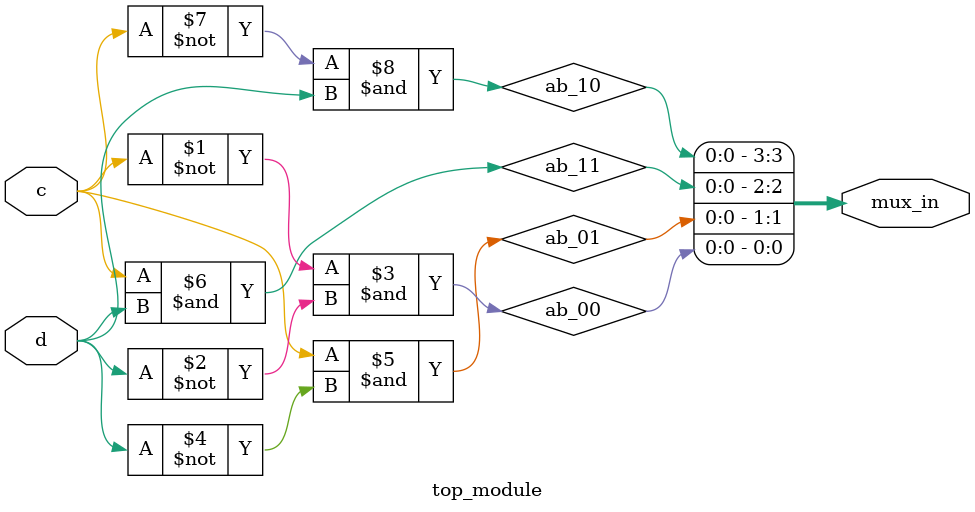
<source format=sv>
module top_module (
	input c,
	input d,
	output [3:0] mux_in
);

wire ab_00, ab_01, ab_11, ab_10;

assign ab_00 = ~c & ~d;
assign ab_01 = c & ~d;
assign ab_11 = c & d;
assign ab_10 = ~c & d;

assign mux_in[0] = ab_00;
assign mux_in[1] = ab_01;
assign mux_in[2] = ab_11;
assign mux_in[3] = ab_10;

endmodule

</source>
